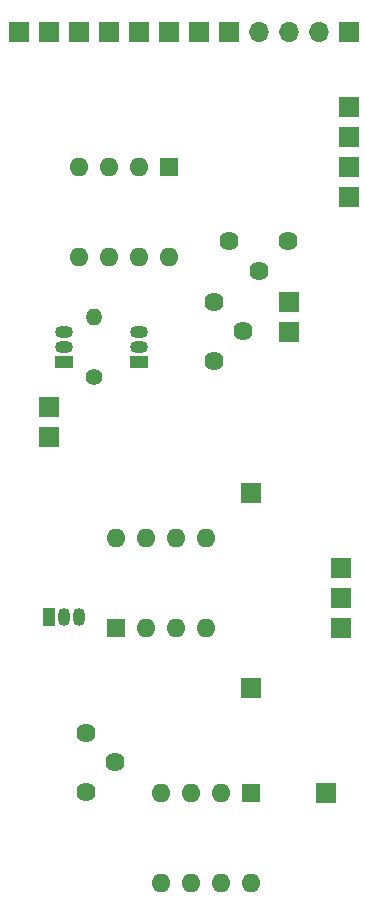
<source format=gbr>
%TF.GenerationSoftware,KiCad,Pcbnew,(6.0.5)*%
%TF.CreationDate,2023-02-14T12:04:11-05:00*%
%TF.ProjectId,vco2,76636f32-2e6b-4696-9361-645f70636258,rev?*%
%TF.SameCoordinates,Original*%
%TF.FileFunction,Soldermask,Bot*%
%TF.FilePolarity,Negative*%
%FSLAX46Y46*%
G04 Gerber Fmt 4.6, Leading zero omitted, Abs format (unit mm)*
G04 Created by KiCad (PCBNEW (6.0.5)) date 2023-02-14 12:04:11*
%MOMM*%
%LPD*%
G01*
G04 APERTURE LIST*
%ADD10R,1.700000X1.700000*%
%ADD11C,1.620000*%
%ADD12R,1.500000X1.050000*%
%ADD13O,1.500000X1.050000*%
%ADD14R,1.600000X1.600000*%
%ADD15O,1.600000X1.600000*%
%ADD16O,1.700000X1.700000*%
%ADD17C,1.400000*%
%ADD18O,1.400000X1.400000*%
%ADD19R,1.050000X1.500000*%
%ADD20O,1.050000X1.500000*%
G04 APERTURE END LIST*
D10*
%TO.C,J44*%
X130810000Y-105420000D03*
%TD*%
D11*
%TO.C,ROTrim1*%
X109220000Y-116840000D03*
X111720000Y-119340000D03*
X109220000Y-121840000D03*
%TD*%
D10*
%TO.C,J45*%
X130810000Y-107950000D03*
%TD*%
D11*
%TO.C,1v/Oct1*%
X126357500Y-75215000D03*
X123857500Y-77715000D03*
X121357500Y-75215000D03*
%TD*%
D12*
%TO.C,Q2*%
X107347500Y-85430000D03*
D13*
X107347500Y-84160000D03*
X107347500Y-82890000D03*
%TD*%
D10*
%TO.C,J40*%
X126397500Y-80350000D03*
%TD*%
%TO.C,J33*%
X116237500Y-57490000D03*
%TD*%
D14*
%TO.C,U2*%
X111760000Y-107950000D03*
D15*
X114300000Y-107950000D03*
X116840000Y-107950000D03*
X119380000Y-107950000D03*
X119380000Y-100330000D03*
X116840000Y-100330000D03*
X114300000Y-100330000D03*
X111760000Y-100330000D03*
%TD*%
D10*
%TO.C,J21*%
X131477500Y-71460000D03*
%TD*%
%TO.C,J43*%
X106077500Y-91780000D03*
%TD*%
%TO.C,J50*%
X106077500Y-57490000D03*
%TD*%
%TO.C,J0*%
X131467500Y-57490000D03*
D16*
X128927500Y-57490000D03*
X126387500Y-57490000D03*
X123847500Y-57490000D03*
%TD*%
D10*
%TO.C,J61*%
X103537500Y-57490000D03*
%TD*%
%TO.C,J42*%
X106077500Y-89240000D03*
%TD*%
D17*
%TO.C,R24*%
X109887500Y-86700000D03*
D18*
X109887500Y-81620000D03*
%TD*%
D10*
%TO.C,J71*%
X123190000Y-113030000D03*
%TD*%
%TO.C,J41*%
X126397500Y-82890000D03*
%TD*%
%TO.C,J46*%
X129540000Y-121920000D03*
%TD*%
%TO.C,J30*%
X108617500Y-57490000D03*
%TD*%
%TO.C,J23*%
X131477500Y-66380000D03*
%TD*%
%TO.C,J12*%
X118777500Y-57490000D03*
%TD*%
%TO.C,J60*%
X130810000Y-102880000D03*
%TD*%
D14*
%TO.C,U1*%
X116227500Y-68930000D03*
D15*
X113687500Y-68930000D03*
X111147500Y-68930000D03*
X108607500Y-68930000D03*
X108607500Y-76550000D03*
X111147500Y-76550000D03*
X113687500Y-76550000D03*
X116227500Y-76550000D03*
%TD*%
D14*
%TO.C,U3*%
X123180000Y-121930000D03*
D15*
X120640000Y-121930000D03*
X118100000Y-121930000D03*
X115560000Y-121930000D03*
X115560000Y-129550000D03*
X118100000Y-129550000D03*
X120640000Y-129550000D03*
X123180000Y-129550000D03*
%TD*%
D10*
%TO.C,J31*%
X111157500Y-57490000D03*
%TD*%
%TO.C,J70*%
X123190000Y-96520000D03*
%TD*%
%TO.C,J13*%
X131477500Y-63840000D03*
%TD*%
%TO.C,J32*%
X113697500Y-57490000D03*
%TD*%
D19*
%TO.C,Q3*%
X106077500Y-107020000D03*
D20*
X107347500Y-107020000D03*
X108617500Y-107020000D03*
%TD*%
D11*
%TO.C,HFTrim1*%
X120047500Y-80350000D03*
X122547500Y-82850000D03*
X120047500Y-85350000D03*
%TD*%
D10*
%TO.C,J11*%
X131477500Y-68920000D03*
%TD*%
%TO.C,J22*%
X121317500Y-57490000D03*
%TD*%
D12*
%TO.C,Q1*%
X113697500Y-85430000D03*
D13*
X113697500Y-84160000D03*
X113697500Y-82890000D03*
%TD*%
M02*

</source>
